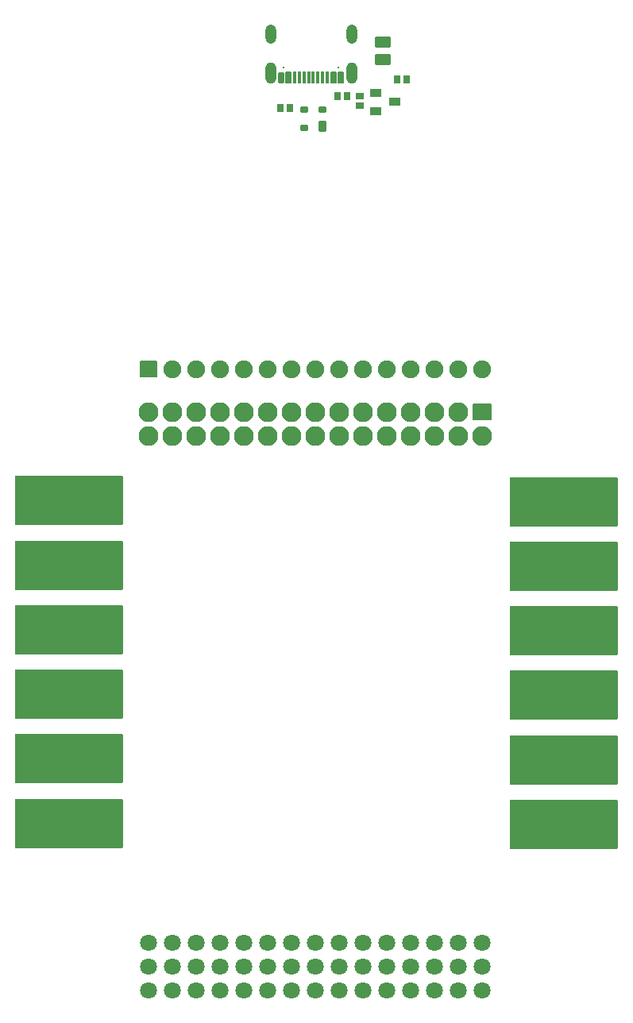
<source format=gbr>
%TF.GenerationSoftware,KiCad,Pcbnew,9.0.6*%
%TF.CreationDate,2025-12-04T14:52:28+01:00*%
%TF.ProjectId,ExtensionBoardBasic,45787465-6e73-4696-9f6e-426f61726442,rev?*%
%TF.SameCoordinates,Original*%
%TF.FileFunction,Soldermask,Top*%
%TF.FilePolarity,Negative*%
%FSLAX46Y46*%
G04 Gerber Fmt 4.6, Leading zero omitted, Abs format (unit mm)*
G04 Created by KiCad (PCBNEW 9.0.6) date 2025-12-04 14:52:28*
%MOMM*%
%LPD*%
G01*
G04 APERTURE LIST*
G04 Aperture macros list*
%AMRoundRect*
0 Rectangle with rounded corners*
0 $1 Rounding radius*
0 $2 $3 $4 $5 $6 $7 $8 $9 X,Y pos of 4 corners*
0 Add a 4 corners polygon primitive as box body*
4,1,4,$2,$3,$4,$5,$6,$7,$8,$9,$2,$3,0*
0 Add four circle primitives for the rounded corners*
1,1,$1+$1,$2,$3*
1,1,$1+$1,$4,$5*
1,1,$1+$1,$6,$7*
1,1,$1+$1,$8,$9*
0 Add four rect primitives between the rounded corners*
20,1,$1+$1,$2,$3,$4,$5,0*
20,1,$1+$1,$4,$5,$6,$7,0*
20,1,$1+$1,$6,$7,$8,$9,0*
20,1,$1+$1,$8,$9,$2,$3,0*%
G04 Aperture macros list end*
%ADD10RoundRect,0.060000X-5.715000X-2.540000X5.715000X-2.540000X5.715000X2.540000X-5.715000X2.540000X0*%
%ADD11C,1.803200*%
%ADD12RoundRect,0.101600X0.950000X0.787400X-0.950000X0.787400X-0.950000X-0.787400X0.950000X-0.787400X0*%
%ADD13C,2.103200*%
%ADD14RoundRect,0.101600X-0.850000X-0.787400X0.850000X-0.787400X0.850000X0.787400X-0.850000X0.787400X0*%
%ADD15C,1.903200*%
%ADD16RoundRect,0.101600X-0.725000X0.500000X-0.725000X-0.500000X0.725000X-0.500000X0.725000X0.500000X0*%
%ADD17RoundRect,0.060000X-0.350000X0.300000X-0.350000X-0.300000X0.350000X-0.300000X0.350000X0.300000X0*%
%ADD18RoundRect,0.060000X-0.300000X-0.350000X0.300000X-0.350000X0.300000X0.350000X-0.300000X0.350000X0*%
%ADD19RoundRect,0.060000X0.300000X0.350000X-0.300000X0.350000X-0.300000X-0.350000X0.300000X-0.350000X0*%
%ADD20RoundRect,0.101600X0.300000X-0.250000X0.300000X0.250000X-0.300000X0.250000X-0.300000X-0.250000X0*%
%ADD21RoundRect,0.101600X0.300000X-0.450000X0.300000X0.450000X-0.300000X0.450000X-0.300000X-0.450000X0*%
%ADD22RoundRect,0.101600X-0.500000X0.350000X-0.500000X-0.350000X0.500000X-0.350000X0.500000X0.350000X0*%
%ADD23RoundRect,0.060000X0.150000X0.575000X-0.150000X0.575000X-0.150000X-0.575000X0.150000X-0.575000X0*%
%ADD24RoundRect,0.060000X0.250000X0.575000X-0.250000X0.575000X-0.250000X-0.575000X0.250000X-0.575000X0*%
%ADD25RoundRect,0.060000X0.250000X0.550000X-0.250000X0.550000X-0.250000X-0.550000X0.250000X-0.550000X0*%
%ADD26C,0.203200*%
%ADD27O,1.203200X2.303200*%
%ADD28O,1.203200X2.053200*%
G04 APERTURE END LIST*
D10*
%TO.C,*%
X174744580Y-129751934D03*
%TD*%
D11*
%TO.C,J3*%
X166022610Y-149217584D03*
X163482610Y-149217584D03*
X160942610Y-149217584D03*
X158402610Y-149217584D03*
X155862610Y-149217584D03*
X153322610Y-149217584D03*
X150782610Y-149217584D03*
X148242610Y-149217584D03*
X145702610Y-149217584D03*
X143162610Y-149217584D03*
X140622610Y-149217584D03*
X138082600Y-149217584D03*
X135542600Y-149217584D03*
X133002600Y-149217584D03*
X130462600Y-149217584D03*
X166022610Y-151757584D03*
X163482610Y-151757584D03*
X160942610Y-151757584D03*
X158402610Y-151757584D03*
X155862610Y-151757584D03*
X153322610Y-151757584D03*
X150782610Y-151757584D03*
X148242610Y-151757584D03*
X145702610Y-151757584D03*
X143162610Y-151757584D03*
X140622610Y-151757584D03*
X138082600Y-151757584D03*
X135542600Y-151757584D03*
X133002600Y-151757584D03*
X130462600Y-151757584D03*
X166022610Y-154297584D03*
X163482610Y-154297584D03*
X160942610Y-154297584D03*
X158402610Y-154297584D03*
X155862610Y-154297584D03*
X153322610Y-154297584D03*
X150782610Y-154297584D03*
X148242610Y-154297584D03*
X145702580Y-154297584D03*
X143162580Y-154297584D03*
X140622610Y-154297584D03*
X138082600Y-154297584D03*
X135542600Y-154297584D03*
X133002600Y-154297584D03*
X130462600Y-154297584D03*
%TD*%
D12*
%TO.C,J2*%
X166022580Y-92651584D03*
D13*
X166022580Y-95191584D03*
X163482580Y-92651584D03*
X163482580Y-95191584D03*
X160942580Y-92651584D03*
X160942580Y-95191584D03*
X158402580Y-92651584D03*
X158402580Y-95191584D03*
X155862580Y-92651584D03*
X155862580Y-95191584D03*
X153322580Y-92651584D03*
X153322580Y-95191584D03*
X150782580Y-92651584D03*
X150782580Y-95191584D03*
X148242580Y-92651584D03*
X148242580Y-95191584D03*
X145702580Y-92651584D03*
X145702580Y-95191584D03*
X143162580Y-92651584D03*
X143162580Y-95191584D03*
X140622580Y-92651584D03*
X140622580Y-95191584D03*
X138082580Y-92651584D03*
X138082580Y-95191584D03*
X135542580Y-92651584D03*
X135542580Y-95191584D03*
X133002580Y-92651584D03*
X133002580Y-95191584D03*
X130462580Y-92651584D03*
X130462580Y-95191584D03*
%TD*%
D14*
%TO.C,J1*%
X130462580Y-88079584D03*
D15*
X133002580Y-88079584D03*
X135542580Y-88079584D03*
X138082580Y-88079584D03*
X140622580Y-88079584D03*
X143162580Y-88079584D03*
X145702580Y-88079584D03*
X148242580Y-88079584D03*
X150782580Y-88079584D03*
X153322580Y-88079584D03*
X155862580Y-88079584D03*
X158402580Y-88079584D03*
X160942580Y-88079584D03*
X163482580Y-88079584D03*
X166022580Y-88079584D03*
%TD*%
D16*
%TO.C,F1*%
X155440580Y-55105604D03*
X155440580Y-53205604D03*
%TD*%
D17*
%TO.C,C1*%
X153027580Y-59989614D03*
X153027580Y-58989624D03*
%TD*%
D18*
%TO.C,C2*%
X157972600Y-57203594D03*
X156972610Y-57203594D03*
%TD*%
%TO.C,R1*%
X145526600Y-60251594D03*
X144526610Y-60251594D03*
%TD*%
D19*
%TO.C,R2*%
X150630580Y-58981594D03*
X151630580Y-58981594D03*
%TD*%
D20*
%TO.C,U1*%
X147124570Y-60394594D03*
X147124570Y-62394594D03*
X149024590Y-60394594D03*
D21*
X149024590Y-62194594D03*
%TD*%
D22*
%TO.C,U2*%
X156694580Y-59616594D03*
X154694580Y-60566604D03*
X154694580Y-58666584D03*
%TD*%
D23*
%TO.C,USB1*%
X148057610Y-57076594D03*
X147557590Y-57076594D03*
X147057620Y-57076594D03*
X146557590Y-57076594D03*
X148557590Y-57076594D03*
X149057610Y-57076594D03*
X149557580Y-57076594D03*
X146057620Y-57076594D03*
D24*
X150207570Y-57076594D03*
X151007620Y-57076594D03*
X145407580Y-57076594D03*
D25*
X144607580Y-57076594D03*
D26*
X144917610Y-55976574D03*
D27*
X152127610Y-56526584D03*
X143487590Y-56526584D03*
D28*
X152127610Y-52376574D03*
X143487590Y-52376574D03*
D26*
X150697590Y-55976574D03*
%TD*%
D10*
%TO.C,*%
X174744580Y-102227584D03*
%TD*%
%TO.C,*%
X122039580Y-108993234D03*
%TD*%
%TO.C,*%
X122039580Y-102112114D03*
%TD*%
%TO.C,*%
X174744580Y-109108694D03*
%TD*%
%TO.C,*%
X122039580Y-115874294D03*
%TD*%
%TO.C,*%
X122039580Y-129636474D03*
%TD*%
%TO.C,*%
X122039580Y-122755404D03*
%TD*%
%TO.C,*%
X174744580Y-122870874D03*
%TD*%
%TO.C,*%
X174744580Y-136633054D03*
%TD*%
%TO.C,*%
X174744580Y-115989764D03*
%TD*%
%TO.C,*%
X122039580Y-136517584D03*
%TD*%
M02*

</source>
